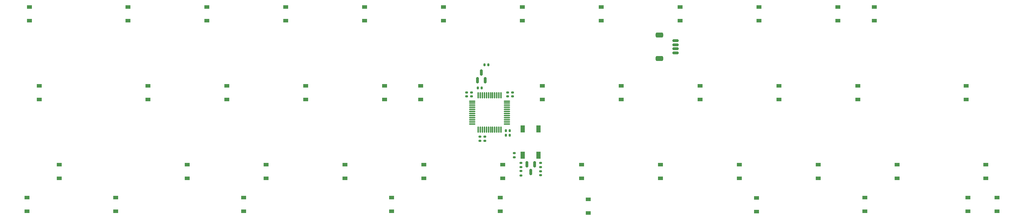
<source format=gbr>
%TF.GenerationSoftware,KiCad,Pcbnew,(6.99.0-5179-g411efe6f3d)*%
%TF.CreationDate,2023-01-30T17:50:43-08:00*%
%TF.ProjectId,pcb,7063622e-6b69-4636-9164-5f7063625858,rev?*%
%TF.SameCoordinates,Original*%
%TF.FileFunction,Paste,Bot*%
%TF.FilePolarity,Positive*%
%FSLAX46Y46*%
G04 Gerber Fmt 4.6, Leading zero omitted, Abs format (unit mm)*
G04 Created by KiCad (PCBNEW (6.99.0-5179-g411efe6f3d)) date 2023-01-30 17:50:43*
%MOMM*%
%LPD*%
G01*
G04 APERTURE LIST*
G04 Aperture macros list*
%AMRoundRect*
0 Rectangle with rounded corners*
0 $1 Rounding radius*
0 $2 $3 $4 $5 $6 $7 $8 $9 X,Y pos of 4 corners*
0 Add a 4 corners polygon primitive as box body*
4,1,4,$2,$3,$4,$5,$6,$7,$8,$9,$2,$3,0*
0 Add four circle primitives for the rounded corners*
1,1,$1+$1,$2,$3*
1,1,$1+$1,$4,$5*
1,1,$1+$1,$6,$7*
1,1,$1+$1,$8,$9*
0 Add four rect primitives between the rounded corners*
20,1,$1+$1,$2,$3,$4,$5,0*
20,1,$1+$1,$4,$5,$6,$7,0*
20,1,$1+$1,$6,$7,$8,$9,0*
20,1,$1+$1,$8,$9,$2,$3,0*%
G04 Aperture macros list end*
%ADD10R,1.200000X0.900000*%
%ADD11RoundRect,0.140000X0.140000X0.170000X-0.140000X0.170000X-0.140000X-0.170000X0.140000X-0.170000X0*%
%ADD12RoundRect,0.150000X0.150000X-0.587500X0.150000X0.587500X-0.150000X0.587500X-0.150000X-0.587500X0*%
%ADD13RoundRect,0.140000X0.170000X-0.140000X0.170000X0.140000X-0.170000X0.140000X-0.170000X-0.140000X0*%
%ADD14RoundRect,0.140000X-0.140000X-0.170000X0.140000X-0.170000X0.140000X0.170000X-0.140000X0.170000X0*%
%ADD15RoundRect,0.140000X-0.170000X0.140000X-0.170000X-0.140000X0.170000X-0.140000X0.170000X0.140000X0*%
%ADD16R,1.000000X1.700000*%
%ADD17RoundRect,0.150000X0.625000X-0.150000X0.625000X0.150000X-0.625000X0.150000X-0.625000X-0.150000X0*%
%ADD18RoundRect,0.250000X0.650000X-0.350000X0.650000X0.350000X-0.650000X0.350000X-0.650000X-0.350000X0*%
%ADD19RoundRect,0.135000X-0.185000X0.135000X-0.185000X-0.135000X0.185000X-0.135000X0.185000X0.135000X0*%
%ADD20RoundRect,0.150000X-0.150000X0.587500X-0.150000X-0.587500X0.150000X-0.587500X0.150000X0.587500X0*%
%ADD21RoundRect,0.075000X0.075000X-0.662500X0.075000X0.662500X-0.075000X0.662500X-0.075000X-0.662500X0*%
%ADD22RoundRect,0.075000X0.662500X-0.075000X0.662500X0.075000X-0.662500X0.075000X-0.662500X-0.075000X0*%
G04 APERTURE END LIST*
D10*
%TO.C,D33*%
X21510691Y36450095D03*
X21510691Y39750095D03*
%TD*%
D11*
%TO.C,C12*%
X-40715716Y58340772D03*
X-41675716Y58340772D03*
%TD*%
D10*
%TO.C,D13*%
X-88027083Y74550191D03*
X-88027083Y77850191D03*
%TD*%
%TO.C,D3*%
X-142795971Y36450095D03*
X-142795971Y39750095D03*
%TD*%
%TO.C,D44*%
X51832011Y31812695D03*
X51832011Y28512695D03*
%TD*%
%TO.C,D22*%
X-35639451Y36450095D03*
X-35639451Y39750095D03*
%TD*%
D12*
%TO.C,U2*%
X-39848840Y60181404D03*
X-41748840Y60181404D03*
X-40798840Y62056404D03*
%TD*%
D10*
%TO.C,D1*%
X-149939739Y74550191D03*
X-149939739Y77850191D03*
%TD*%
%TO.C,D4*%
X-150574747Y31812575D03*
X-150574747Y28512575D03*
%TD*%
D13*
%TO.C,C10*%
X-33258196Y56273268D03*
X-33258196Y57233268D03*
%TD*%
D14*
%TO.C,C1*%
X-34928824Y48021996D03*
X-33968824Y48021996D03*
%TD*%
D10*
%TO.C,D29*%
X-7064379Y55500143D03*
X-7064379Y58800143D03*
%TD*%
%TO.C,D34*%
X26273203Y74550191D03*
X26273203Y77850191D03*
%TD*%
D15*
%TO.C,C4*%
X-40005088Y46517616D03*
X-40005088Y45557616D03*
%TD*%
D10*
%TO.C,D25*%
X-26114427Y55500143D03*
X-26114427Y58800143D03*
%TD*%
D13*
%TO.C,C11*%
X-34448824Y56273268D03*
X-34448824Y57233268D03*
%TD*%
D10*
%TO.C,D10*%
X-102314619Y55500143D03*
X-102314619Y58800143D03*
%TD*%
D14*
%TO.C,C2*%
X-34928824Y46914492D03*
X-33968824Y46914492D03*
%TD*%
D10*
%TO.C,D46*%
X76676455Y31812575D03*
X76676455Y28512575D03*
%TD*%
D16*
%TO.C,SW54*%
X-30792559Y48393863D03*
X-30792559Y42093863D03*
X-26992559Y42093863D03*
X-26992559Y48393863D03*
%TD*%
D10*
%TO.C,D12*%
X-98187115Y31812575D03*
X-98187115Y28512575D03*
%TD*%
D15*
%TO.C,C5*%
X-41195716Y46517616D03*
X-41195716Y45557616D03*
%TD*%
D10*
%TO.C,D20*%
X-49926987Y74550191D03*
X-49926987Y77850191D03*
%TD*%
%TO.C,D35*%
X31035715Y55500143D03*
X31035715Y58800143D03*
%TD*%
D15*
%TO.C,C3*%
X-32861320Y42548856D03*
X-32861320Y41588856D03*
%TD*%
D11*
%TO.C,C9*%
X-39128212Y63897036D03*
X-40088212Y63897036D03*
%TD*%
D10*
%TO.C,D37*%
X45323251Y74550191D03*
X45323251Y77850191D03*
%TD*%
%TO.C,D27*%
X-15002247Y31415699D03*
X-15002247Y28115699D03*
%TD*%
%TO.C,D18*%
X-64214523Y55500143D03*
X-64214523Y58800143D03*
%TD*%
%TO.C,D38*%
X50085763Y55500143D03*
X50085763Y58800143D03*
%TD*%
D17*
%TO.C,J1*%
X6048148Y66762672D03*
X6048148Y67762672D03*
X6048148Y68762672D03*
X6048148Y69762672D03*
D18*
X2173148Y71062672D03*
X2173148Y65462672D03*
%TD*%
D10*
%TO.C,D14*%
X-83264571Y55500143D03*
X-83264571Y58800143D03*
%TD*%
D19*
%TO.C,R3*%
X-26511304Y40197600D03*
X-26511304Y39177600D03*
%TD*%
%TO.C,R2*%
X-31273816Y38213220D03*
X-31273816Y37193220D03*
%TD*%
D10*
%TO.C,D11*%
X-92789595Y36450095D03*
X-92789595Y39750095D03*
%TD*%
D20*
%TO.C,Q1*%
X-29842560Y39831348D03*
X-27942560Y39831348D03*
X-28892560Y37956348D03*
%TD*%
D10*
%TO.C,D23*%
X-36274459Y31812575D03*
X-36274459Y28512575D03*
%TD*%
%TO.C,D19*%
X-54689499Y36450095D03*
X-54689499Y39750095D03*
%TD*%
%TO.C,D31*%
X7223155Y74550191D03*
X7223155Y77850191D03*
%TD*%
%TO.C,D40*%
X25638195Y31750079D03*
X25638195Y28450079D03*
%TD*%
%TO.C,D8*%
X-129143443Y31812575D03*
X-129143443Y28512575D03*
%TD*%
%TO.C,D41*%
X54054523Y74550191D03*
X54054523Y77850191D03*
%TD*%
%TO.C,D30*%
X2460643Y36450095D03*
X2460643Y39750095D03*
%TD*%
%TO.C,D32*%
X11985667Y55500143D03*
X11985667Y58800143D03*
%TD*%
%TO.C,D2*%
X-147558483Y55500143D03*
X-147558483Y58800143D03*
%TD*%
%TO.C,D6*%
X-121364667Y55500143D03*
X-121364667Y58800143D03*
%TD*%
D13*
%TO.C,C7*%
X-43180096Y56273268D03*
X-43180096Y57233268D03*
%TD*%
D10*
%TO.C,D42*%
X76279579Y55500143D03*
X76279579Y58800143D03*
%TD*%
D13*
%TO.C,C8*%
X-44370724Y56273268D03*
X-44370724Y57233268D03*
%TD*%
D19*
%TO.C,R1*%
X-31273816Y40197600D03*
X-31273816Y39177600D03*
%TD*%
D10*
%TO.C,D39*%
X59610787Y36450095D03*
X59610787Y39750095D03*
%TD*%
%TO.C,D43*%
X81042091Y36450095D03*
X81042091Y39750095D03*
%TD*%
%TO.C,D24*%
X-30876939Y74550191D03*
X-30876939Y77850191D03*
%TD*%
%TO.C,D7*%
X-111839643Y36450095D03*
X-111839643Y39750095D03*
%TD*%
%TO.C,D15*%
X-73739547Y36450095D03*
X-73739547Y39750095D03*
%TD*%
%TO.C,D28*%
X-11826891Y74550191D03*
X-11826891Y77850191D03*
%TD*%
D15*
%TO.C,C6*%
X-26511304Y38183220D03*
X-26511304Y37223220D03*
%TD*%
D10*
%TO.C,D17*%
X-68977035Y74550191D03*
X-68977035Y77850191D03*
%TD*%
%TO.C,D45*%
X83740835Y31812575D03*
X83740835Y28512575D03*
%TD*%
D21*
%TO.C,U1*%
X-36064460Y48225132D03*
X-36564460Y48225132D03*
X-37064460Y48225132D03*
X-37564460Y48225132D03*
X-38064460Y48225132D03*
X-38564460Y48225132D03*
X-39064460Y48225132D03*
X-39564460Y48225132D03*
X-40064460Y48225132D03*
X-40564460Y48225132D03*
X-41064460Y48225132D03*
X-41564460Y48225132D03*
D22*
X-42976960Y49637632D03*
X-42976960Y50137632D03*
X-42976960Y50637632D03*
X-42976960Y51137632D03*
X-42976960Y51637632D03*
X-42976960Y52137632D03*
X-42976960Y52637632D03*
X-42976960Y53137632D03*
X-42976960Y53637632D03*
X-42976960Y54137632D03*
X-42976960Y54637632D03*
X-42976960Y55137632D03*
D21*
X-41564460Y56550132D03*
X-41064460Y56550132D03*
X-40564460Y56550132D03*
X-40064460Y56550132D03*
X-39564460Y56550132D03*
X-39064460Y56550132D03*
X-38564460Y56550132D03*
X-38064460Y56550132D03*
X-37564460Y56550132D03*
X-37064460Y56550132D03*
X-36564460Y56550132D03*
X-36064460Y56550132D03*
D22*
X-34651960Y55137632D03*
X-34651960Y54637632D03*
X-34651960Y54137632D03*
X-34651960Y53637632D03*
X-34651960Y53137632D03*
X-34651960Y52637632D03*
X-34651960Y52137632D03*
X-34651960Y51637632D03*
X-34651960Y51137632D03*
X-34651960Y50637632D03*
X-34651960Y50137632D03*
X-34651960Y49637632D03*
%TD*%
D10*
%TO.C,D21*%
X-55483251Y55500143D03*
X-55483251Y58800143D03*
%TD*%
%TO.C,D5*%
X-126127179Y74550191D03*
X-126127179Y77850191D03*
%TD*%
%TO.C,D36*%
X40560739Y36450095D03*
X40560739Y39750095D03*
%TD*%
%TO.C,D16*%
X-62468275Y31812695D03*
X-62468275Y28512695D03*
%TD*%
%TO.C,D26*%
X-16589403Y36450095D03*
X-16589403Y39750095D03*
%TD*%
%TO.C,D9*%
X-107077131Y74550191D03*
X-107077131Y77850191D03*
%TD*%
M02*

</source>
